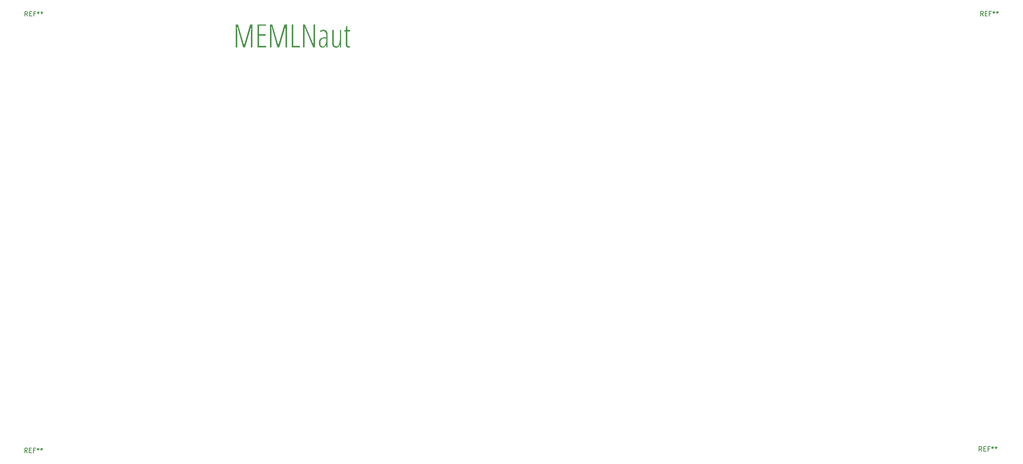
<source format=gbr>
%TF.GenerationSoftware,KiCad,Pcbnew,8.0.8*%
%TF.CreationDate,2025-03-17T16:38:29+00:00*%
%TF.ProjectId,memlnaut_0_1_joystick,6d656d6c-6e61-4757-945f-305f315f6a6f,rev?*%
%TF.SameCoordinates,Original*%
%TF.FileFunction,Legend,Top*%
%TF.FilePolarity,Positive*%
%FSLAX46Y46*%
G04 Gerber Fmt 4.6, Leading zero omitted, Abs format (unit mm)*
G04 Created by KiCad (PCBNEW 8.0.8) date 2025-03-17 16:38:29*
%MOMM*%
%LPD*%
G01*
G04 APERTURE LIST*
%ADD10C,0.100000*%
%ADD11C,0.150000*%
G04 APERTURE END LIST*
D10*
G36*
X105641849Y-48480000D02*
G01*
X104305840Y-43926092D01*
X104277752Y-43926092D01*
X104289373Y-44176865D01*
X104299892Y-44422660D01*
X104309242Y-44686413D01*
X104311946Y-44835896D01*
X104311946Y-48480000D01*
X103989546Y-48480000D01*
X103989546Y-43477906D01*
X104487801Y-43477906D01*
X105614982Y-47302749D01*
X105683523Y-47546687D01*
X105744939Y-47798490D01*
X105793692Y-48050175D01*
X105810376Y-48164926D01*
X105838464Y-48164926D01*
X105890030Y-47901891D01*
X105953592Y-47652255D01*
X106029231Y-47383969D01*
X106050956Y-47310076D01*
X107167145Y-43477906D01*
X107681277Y-43477906D01*
X107681277Y-48480000D01*
X107345443Y-48480000D01*
X107345443Y-44863984D01*
X107351086Y-44607894D01*
X107361605Y-44332842D01*
X107373526Y-44063614D01*
X107379637Y-43933419D01*
X107351549Y-43933419D01*
X106022868Y-48480000D01*
X105641849Y-48480000D01*
G37*
G36*
X110577997Y-48480000D02*
G01*
X108757166Y-48480000D01*
X108757166Y-43477906D01*
X110577997Y-43477906D01*
X110577997Y-43800307D01*
X109094221Y-43800307D01*
X109094221Y-45666322D01*
X110494954Y-45666322D01*
X110494954Y-45988722D01*
X109094221Y-45988722D01*
X109094221Y-48157599D01*
X110577997Y-48157599D01*
X110577997Y-48480000D01*
G37*
G36*
X113101025Y-48480000D02*
G01*
X111765017Y-43926092D01*
X111736929Y-43926092D01*
X111748550Y-44176865D01*
X111759068Y-44422660D01*
X111768418Y-44686413D01*
X111771123Y-44835896D01*
X111771123Y-48480000D01*
X111448722Y-48480000D01*
X111448722Y-43477906D01*
X111946978Y-43477906D01*
X113074159Y-47302749D01*
X113142699Y-47546687D01*
X113204115Y-47798490D01*
X113252869Y-48050175D01*
X113269553Y-48164926D01*
X113297641Y-48164926D01*
X113349206Y-47901891D01*
X113412769Y-47652255D01*
X113488408Y-47383969D01*
X113510132Y-47310076D01*
X114626322Y-43477906D01*
X115140453Y-43477906D01*
X115140453Y-48480000D01*
X114804619Y-48480000D01*
X114804619Y-44863984D01*
X114810263Y-44607894D01*
X114820781Y-44332842D01*
X114832702Y-44063614D01*
X114838813Y-43933419D01*
X114810725Y-43933419D01*
X113482044Y-48480000D01*
X113101025Y-48480000D01*
G37*
G36*
X116216343Y-48480000D02*
G01*
X116216343Y-43477906D01*
X116553398Y-43477906D01*
X116553398Y-48157599D01*
X117967564Y-48157599D01*
X117967564Y-48480000D01*
X116216343Y-48480000D01*
G37*
G36*
X121289267Y-48480000D02*
G01*
X120859399Y-48480000D01*
X118960411Y-43994480D01*
X118932323Y-43994480D01*
X118952395Y-44253496D01*
X118965897Y-44507103D01*
X118972831Y-44755301D01*
X118973845Y-44890851D01*
X118973845Y-48480000D01*
X118644117Y-48480000D01*
X118644117Y-43477906D01*
X119080090Y-43477906D01*
X120965645Y-47912135D01*
X120986406Y-47912135D01*
X120974651Y-47643315D01*
X120966256Y-47397393D01*
X120960825Y-47148101D01*
X120959539Y-46974242D01*
X120959539Y-43477906D01*
X121289267Y-43477906D01*
X121289267Y-48480000D01*
G37*
G36*
X123421531Y-44678894D02*
G01*
X123652246Y-44776496D01*
X123822065Y-44943363D01*
X123928969Y-45164303D01*
X123991330Y-45429019D01*
X124017660Y-45678052D01*
X124024787Y-45921556D01*
X124024787Y-48480000D01*
X123757341Y-48480000D01*
X123715819Y-47960983D01*
X123702386Y-47960983D01*
X123571754Y-48193671D01*
X123390404Y-48389619D01*
X123174860Y-48510920D01*
X122925121Y-48557574D01*
X122891500Y-48558157D01*
X122638480Y-48517456D01*
X122425301Y-48395354D01*
X122305317Y-48268729D01*
X122179471Y-48045820D01*
X122110396Y-47803103D01*
X122085141Y-47552029D01*
X122084400Y-47500586D01*
X122428660Y-47500586D01*
X122442732Y-47744781D01*
X122503104Y-47995910D01*
X122572763Y-48125847D01*
X122767723Y-48285817D01*
X122964773Y-48323684D01*
X123204913Y-48272679D01*
X123401433Y-48119665D01*
X123508213Y-47960983D01*
X123602076Y-47733104D01*
X123659721Y-47490483D01*
X123690250Y-47247260D01*
X123702196Y-46975169D01*
X123702386Y-46933942D01*
X123702386Y-46526057D01*
X123314040Y-46548039D01*
X123055701Y-46584055D01*
X122823595Y-46671608D01*
X122646036Y-46809378D01*
X122513572Y-47017634D01*
X122445854Y-47262241D01*
X122428660Y-47500586D01*
X122084400Y-47500586D01*
X122084277Y-47492037D01*
X122104198Y-47240238D01*
X122174233Y-46989991D01*
X122294693Y-46774712D01*
X122403014Y-46650621D01*
X122603373Y-46497960D01*
X122844497Y-46390316D01*
X123093053Y-46332423D01*
X123300607Y-46312344D01*
X123702386Y-46291584D01*
X123702386Y-45977732D01*
X123694219Y-45730741D01*
X123661041Y-45472664D01*
X123587539Y-45237275D01*
X123571716Y-45205924D01*
X123398304Y-45023658D01*
X123158092Y-44963140D01*
X123139406Y-44962903D01*
X122877223Y-44997367D01*
X122631273Y-45090361D01*
X122486057Y-45171730D01*
X122345617Y-44910390D01*
X122566960Y-44784649D01*
X122819694Y-44693201D01*
X123079584Y-44652558D01*
X123158946Y-44650272D01*
X123421531Y-44678894D01*
G37*
G36*
X125304619Y-44728429D02*
G01*
X125304619Y-47184291D01*
X125312862Y-47444486D01*
X125341842Y-47692136D01*
X125405598Y-47930014D01*
X125436510Y-47998841D01*
X125605038Y-48191182D01*
X125844396Y-48255296D01*
X126086420Y-48221665D01*
X126318604Y-48092522D01*
X126463551Y-47910914D01*
X126559185Y-47682895D01*
X126617918Y-47423768D01*
X126649023Y-47153456D01*
X126660615Y-46889387D01*
X126661388Y-46794724D01*
X126661388Y-44728429D01*
X126983789Y-44728429D01*
X126983789Y-48480000D01*
X126709016Y-48480000D01*
X126667494Y-47962205D01*
X126640628Y-47962205D01*
X126517309Y-48188072D01*
X126346273Y-48374045D01*
X126307236Y-48404284D01*
X126084975Y-48519689D01*
X125843175Y-48558157D01*
X125585909Y-48526673D01*
X125357463Y-48419311D01*
X125186161Y-48235757D01*
X125076681Y-47994304D01*
X125018292Y-47743612D01*
X124988489Y-47482307D01*
X124978758Y-47227168D01*
X124978555Y-47181849D01*
X124978555Y-44728429D01*
X125304619Y-44728429D01*
G37*
G36*
X128645861Y-48255296D02*
G01*
X128891036Y-48221195D01*
X128913307Y-48213775D01*
X128913307Y-48489769D01*
X128664685Y-48551479D01*
X128524961Y-48558157D01*
X128272780Y-48503737D01*
X128075201Y-48312415D01*
X127984574Y-48068374D01*
X127950800Y-47792871D01*
X127948548Y-47687431D01*
X127948548Y-45016636D01*
X127611493Y-45016636D01*
X127611493Y-44824905D01*
X127941221Y-44728429D01*
X128047466Y-43868695D01*
X128274612Y-43868695D01*
X128274612Y-44728429D01*
X128865680Y-44728429D01*
X128865680Y-45016636D01*
X128274612Y-45016636D01*
X128274612Y-47595840D01*
X128286118Y-47848346D01*
X128341811Y-48089059D01*
X128356434Y-48117299D01*
X128572803Y-48250445D01*
X128645861Y-48255296D01*
G37*
D11*
X266706666Y-41644819D02*
X266373333Y-41168628D01*
X266135238Y-41644819D02*
X266135238Y-40644819D01*
X266135238Y-40644819D02*
X266516190Y-40644819D01*
X266516190Y-40644819D02*
X266611428Y-40692438D01*
X266611428Y-40692438D02*
X266659047Y-40740057D01*
X266659047Y-40740057D02*
X266706666Y-40835295D01*
X266706666Y-40835295D02*
X266706666Y-40978152D01*
X266706666Y-40978152D02*
X266659047Y-41073390D01*
X266659047Y-41073390D02*
X266611428Y-41121009D01*
X266611428Y-41121009D02*
X266516190Y-41168628D01*
X266516190Y-41168628D02*
X266135238Y-41168628D01*
X267135238Y-41121009D02*
X267468571Y-41121009D01*
X267611428Y-41644819D02*
X267135238Y-41644819D01*
X267135238Y-41644819D02*
X267135238Y-40644819D01*
X267135238Y-40644819D02*
X267611428Y-40644819D01*
X268373333Y-41121009D02*
X268040000Y-41121009D01*
X268040000Y-41644819D02*
X268040000Y-40644819D01*
X268040000Y-40644819D02*
X268516190Y-40644819D01*
X269040000Y-40644819D02*
X269040000Y-40882914D01*
X268801905Y-40787676D02*
X269040000Y-40882914D01*
X269040000Y-40882914D02*
X269278095Y-40787676D01*
X268897143Y-41073390D02*
X269040000Y-40882914D01*
X269040000Y-40882914D02*
X269182857Y-41073390D01*
X269801905Y-40644819D02*
X269801905Y-40882914D01*
X269563810Y-40787676D02*
X269801905Y-40882914D01*
X269801905Y-40882914D02*
X270040000Y-40787676D01*
X269659048Y-41073390D02*
X269801905Y-40882914D01*
X269801905Y-40882914D02*
X269944762Y-41073390D01*
X266406666Y-136494819D02*
X266073333Y-136018628D01*
X265835238Y-136494819D02*
X265835238Y-135494819D01*
X265835238Y-135494819D02*
X266216190Y-135494819D01*
X266216190Y-135494819D02*
X266311428Y-135542438D01*
X266311428Y-135542438D02*
X266359047Y-135590057D01*
X266359047Y-135590057D02*
X266406666Y-135685295D01*
X266406666Y-135685295D02*
X266406666Y-135828152D01*
X266406666Y-135828152D02*
X266359047Y-135923390D01*
X266359047Y-135923390D02*
X266311428Y-135971009D01*
X266311428Y-135971009D02*
X266216190Y-136018628D01*
X266216190Y-136018628D02*
X265835238Y-136018628D01*
X266835238Y-135971009D02*
X267168571Y-135971009D01*
X267311428Y-136494819D02*
X266835238Y-136494819D01*
X266835238Y-136494819D02*
X266835238Y-135494819D01*
X266835238Y-135494819D02*
X267311428Y-135494819D01*
X268073333Y-135971009D02*
X267740000Y-135971009D01*
X267740000Y-136494819D02*
X267740000Y-135494819D01*
X267740000Y-135494819D02*
X268216190Y-135494819D01*
X268740000Y-135494819D02*
X268740000Y-135732914D01*
X268501905Y-135637676D02*
X268740000Y-135732914D01*
X268740000Y-135732914D02*
X268978095Y-135637676D01*
X268597143Y-135923390D02*
X268740000Y-135732914D01*
X268740000Y-135732914D02*
X268882857Y-135923390D01*
X269501905Y-135494819D02*
X269501905Y-135732914D01*
X269263810Y-135637676D02*
X269501905Y-135732914D01*
X269501905Y-135732914D02*
X269740000Y-135637676D01*
X269359048Y-135923390D02*
X269501905Y-135732914D01*
X269501905Y-135732914D02*
X269644762Y-135923390D01*
X58646666Y-136794819D02*
X58313333Y-136318628D01*
X58075238Y-136794819D02*
X58075238Y-135794819D01*
X58075238Y-135794819D02*
X58456190Y-135794819D01*
X58456190Y-135794819D02*
X58551428Y-135842438D01*
X58551428Y-135842438D02*
X58599047Y-135890057D01*
X58599047Y-135890057D02*
X58646666Y-135985295D01*
X58646666Y-135985295D02*
X58646666Y-136128152D01*
X58646666Y-136128152D02*
X58599047Y-136223390D01*
X58599047Y-136223390D02*
X58551428Y-136271009D01*
X58551428Y-136271009D02*
X58456190Y-136318628D01*
X58456190Y-136318628D02*
X58075238Y-136318628D01*
X59075238Y-136271009D02*
X59408571Y-136271009D01*
X59551428Y-136794819D02*
X59075238Y-136794819D01*
X59075238Y-136794819D02*
X59075238Y-135794819D01*
X59075238Y-135794819D02*
X59551428Y-135794819D01*
X60313333Y-136271009D02*
X59980000Y-136271009D01*
X59980000Y-136794819D02*
X59980000Y-135794819D01*
X59980000Y-135794819D02*
X60456190Y-135794819D01*
X60980000Y-135794819D02*
X60980000Y-136032914D01*
X60741905Y-135937676D02*
X60980000Y-136032914D01*
X60980000Y-136032914D02*
X61218095Y-135937676D01*
X60837143Y-136223390D02*
X60980000Y-136032914D01*
X60980000Y-136032914D02*
X61122857Y-136223390D01*
X61741905Y-135794819D02*
X61741905Y-136032914D01*
X61503810Y-135937676D02*
X61741905Y-136032914D01*
X61741905Y-136032914D02*
X61980000Y-135937676D01*
X61599048Y-136223390D02*
X61741905Y-136032914D01*
X61741905Y-136032914D02*
X61884762Y-136223390D01*
X58696666Y-41684819D02*
X58363333Y-41208628D01*
X58125238Y-41684819D02*
X58125238Y-40684819D01*
X58125238Y-40684819D02*
X58506190Y-40684819D01*
X58506190Y-40684819D02*
X58601428Y-40732438D01*
X58601428Y-40732438D02*
X58649047Y-40780057D01*
X58649047Y-40780057D02*
X58696666Y-40875295D01*
X58696666Y-40875295D02*
X58696666Y-41018152D01*
X58696666Y-41018152D02*
X58649047Y-41113390D01*
X58649047Y-41113390D02*
X58601428Y-41161009D01*
X58601428Y-41161009D02*
X58506190Y-41208628D01*
X58506190Y-41208628D02*
X58125238Y-41208628D01*
X59125238Y-41161009D02*
X59458571Y-41161009D01*
X59601428Y-41684819D02*
X59125238Y-41684819D01*
X59125238Y-41684819D02*
X59125238Y-40684819D01*
X59125238Y-40684819D02*
X59601428Y-40684819D01*
X60363333Y-41161009D02*
X60030000Y-41161009D01*
X60030000Y-41684819D02*
X60030000Y-40684819D01*
X60030000Y-40684819D02*
X60506190Y-40684819D01*
X61030000Y-40684819D02*
X61030000Y-40922914D01*
X60791905Y-40827676D02*
X61030000Y-40922914D01*
X61030000Y-40922914D02*
X61268095Y-40827676D01*
X60887143Y-41113390D02*
X61030000Y-40922914D01*
X61030000Y-40922914D02*
X61172857Y-41113390D01*
X61791905Y-40684819D02*
X61791905Y-40922914D01*
X61553810Y-40827676D02*
X61791905Y-40922914D01*
X61791905Y-40922914D02*
X62030000Y-40827676D01*
X61649048Y-41113390D02*
X61791905Y-40922914D01*
X61791905Y-40922914D02*
X61934762Y-41113390D01*
M02*

</source>
